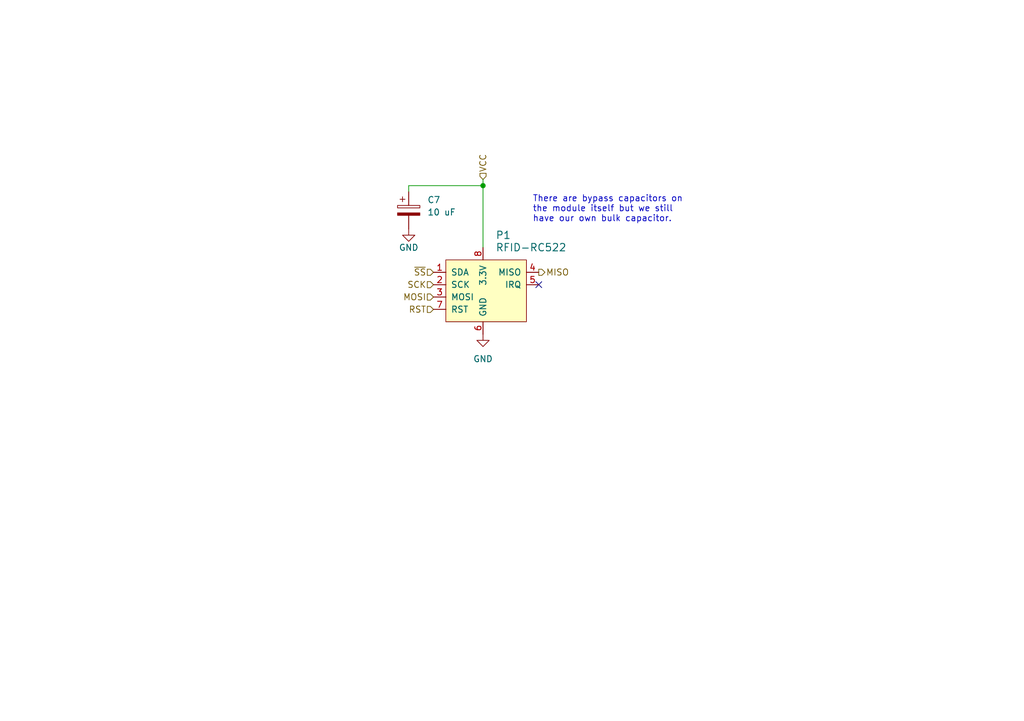
<source format=kicad_sch>
(kicad_sch (version 20230121) (generator eeschema)
  (paper "A5")
  (title_block (title "Scanner") (date "2024-02-15") (rev "1") (company "shawnd.xyz") (comment 2 "enclosure for better scanning ability.") (comment 3 "Detaching it from the motherboard allows it to be placed closer to the surface of the") (comment 4 "The scanner is an RFID-RC522 module attached to the motherboard via a ribbon cable."))
  (lib_symbols
    (symbol "Device:C_Polarized" (pin_numbers hide) (pin_names (offset 0.254))
      (property "Reference" "C" (at 0.635 2.54 0))
      (property "Value" "C_Polarized" (at 0.635 -2.54 0))
      (symbol "C_Polarized_0_1"
        (rectangle (start -2.286 0.508) (end 2.286 1.016))
        (polyline (pts (xy -1.778 2.286) (xy -0.762 2.286)))
        (polyline (pts (xy -1.27 2.794) (xy -1.27 1.778)))
        (rectangle (start 2.286 -0.508) (end -2.286 -1.016) (fill (type outline)))
      )
      (symbol "C_Polarized_1_1"
        (pin passive line (at 0 3.81 270) (length 2.794) (name "~") (number "1"))
        (pin passive line (at 0 -3.81 90) (length 2.794) (name "~") (number "2"))
      )
    )
    (symbol "RC522:RFID-RC522-MODULE" (pin_names (offset 1.016))
      (property "Reference" "P1" (at -6.35 31.75 0))
      (property "Value" "RFID-RC522" (at -6.35 29.21 0))
      (symbol "RFID-RC522-MODULE_1_1"
        (rectangle (start -16.51 26.67) (end 0 13.97) (fill (type background)))
        (pin input line (at -19.05 24.13 0) (length 2.54) (name "SDA") (number "1"))
        (pin input line (at -19.05 21.59 0) (length 2.54) (name "SCK") (number "2"))
        (pin input line (at -19.05 19.05 0) (length 2.54) (name "MOSI") (number "3"))
        (pin output line (at 2.54 24.13 180) (length 2.54) (name "MISO") (number "4"))
        (pin output line (at 2.54 21.59 180) (length 2.54) (name "IRQ") (number "5"))
        (pin power_out line (at -8.89 11.43 90) (length 2.54) (name "GND") (number "6"))
        (pin input line (at -19.05 16.51 0) (length 2.54) (name "RST") (number "7"))
        (pin power_in line (at -8.89 29.21 270) (length 2.54) (name "3.3V") (number "8"))
      )
    )
    (symbol "power:GND" (power) (pin_names (offset 0))
      (property "Value" "GND" (at 0 -3.81 0))
      (symbol "GND_0_1"
        (polyline (pts (xy 0 0) (xy 0 -1.27) (xy 1.27 -1.27) (xy 0 -2.54) (xy -1.27 -1.27) (xy 0 -1.27)))
      )
      (symbol "GND_1_1"
        (pin power_in line (at 0 0 270) (length 0) hide (name "GND") (number "1"))
      )
    )
  )
  (junction (at 99.06 38.1))
  (no_connect (at 110.49 58.42))
  (wire (pts (xy 99.06 36.83) (xy 99.06 38.1)))
  (wire (pts (xy 99.06 38.1) (xy 99.06 50.8)))
  (wire (pts (xy 83.82 38.1) (xy 83.82 39.37)))
  (wire (pts (xy 83.82 38.1) (xy 99.06 38.1)))
  (text "There are bypass capacitors on\nthe module itself but we still\nhave our own bulk capacitor." (at 109.22 45.72 0) (effects (font (size 1.27 1.27)) (justify left bottom)))
  (hierarchical_label "VCC" (shape input) (at 99.06 36.83 90))
  (hierarchical_label "MOSI" (shape input) (at 88.9 60.96 180))
  (hierarchical_label "~{SS}" (shape input) (at 88.9 55.88 180))
  (hierarchical_label "SCK" (shape input) (at 88.9 58.42 180))
  (hierarchical_label "RST" (shape input) (at 88.9 63.5 180))
  (hierarchical_label "MISO" (shape output) (at 110.49 55.88 0))
  (symbol (lib_id "RC522:RFID-RC522-MODULE") (at 107.95 80.01 0) (unit 1)
    (property "Reference" "P1" (at 101.6 48.26 0) (effects (font (size 1.524 1.524)) (justify left)))
    (property "Value" "RFID-RC522" (at 101.6 50.8 0) (effects (font (size 1.524 1.524)) (justify left)))
  )
  (symbol (lib_id "power:GND") (at 99.06 68.58 0) (unit 1)
    (property "Reference" "#PWR018" (effects hide))
    (property "Value" "GND" (at 99.06 73.66 0))
  )
  (symbol (lib_id "Device:C_Polarized") (at 83.82 43.18 0) (unit 1)
    (property "Reference" "C7" (at 87.63 41.021 0) (effects (justify left)))
    (property "Value" "10 uF" (at 87.63 43.561 0) (effects (justify left)))
  )
  (symbol (lib_id "power:GND") (at 83.82 46.99 0) (unit 1)
    (property "Reference" "#PWR017" (effects hide))
    (property "Value" "GND" (at 83.82 50.8 0))
  )
)
</source>
